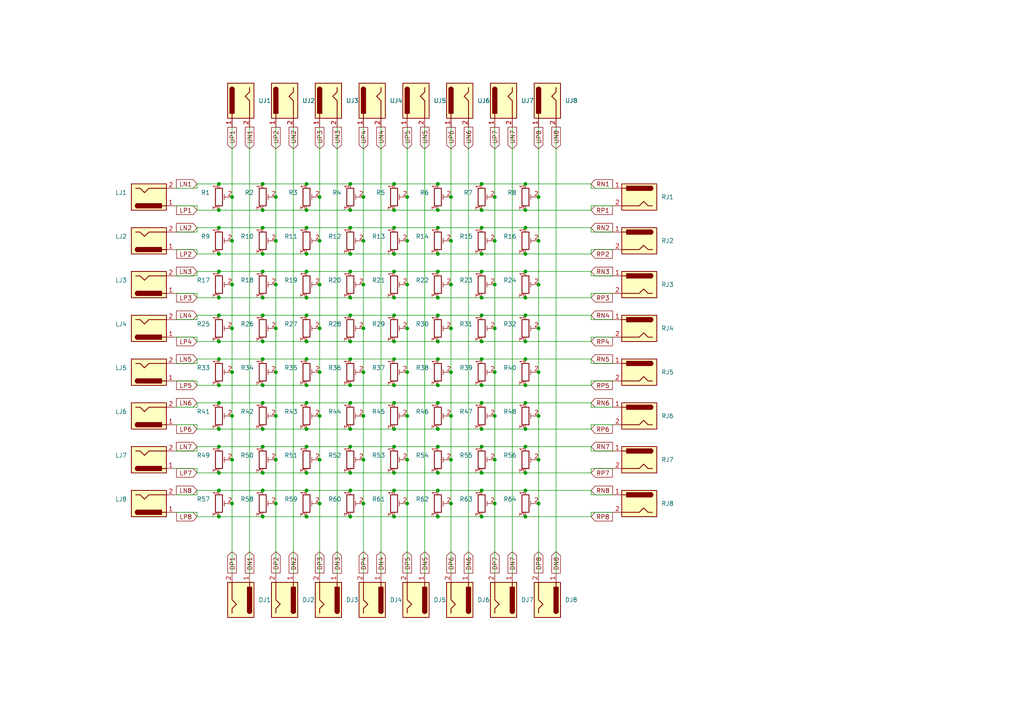
<source format=kicad_sch>
(kicad_sch (version 20211123) (generator eeschema)
  (paper "A4")
  (junction (at 127 86.36))
  (junction (at 105.41 69.85))
  (junction (at 76.2 149.86))
  (junction (at 67.31 57.15))
  (junction (at 139.7 86.36))
  (junction (at 152.4 149.86))
  (junction (at 143.51 146.05))
  (junction (at 152.4 73.66))
  (junction (at 101.6 91.44))
  (junction (at 101.6 78.74))
  (junction (at 76.2 78.74))
  (junction (at 101.6 66.04))
  (junction (at 127 66.04))
  (junction (at 114.3 91.44))
  (junction (at 63.5 124.46))
  (junction (at 139.7 78.74))
  (junction (at 130.81 69.85))
  (junction (at 127 60.96))
  (junction (at 80.01 120.65))
  (junction (at 101.6 124.46))
  (junction (at 139.7 91.44))
  (junction (at 127 142.24))
  (junction (at 114.3 137.16))
  (junction (at 143.51 107.95))
  (junction (at 63.5 86.36))
  (junction (at 114.3 116.84))
  (junction (at 105.41 120.65))
  (junction (at 88.9 111.76))
  (junction (at 88.9 116.84))
  (junction (at 127 149.86))
  (junction (at 63.5 66.04))
  (junction (at 88.9 104.14))
  (junction (at 92.71 82.55))
  (junction (at 127 91.44))
  (junction (at 139.7 116.84))
  (junction (at 156.21 82.55))
  (junction (at 80.01 107.95))
  (junction (at 92.71 133.35))
  (junction (at 101.6 99.06))
  (junction (at 127 78.74))
  (junction (at 101.6 137.16))
  (junction (at 127 111.76))
  (junction (at 130.81 107.95))
  (junction (at 92.71 146.05))
  (junction (at 118.11 82.55))
  (junction (at 127 124.46))
  (junction (at 101.6 86.36))
  (junction (at 143.51 82.55))
  (junction (at 67.31 82.55))
  (junction (at 76.2 53.34))
  (junction (at 67.31 95.25))
  (junction (at 118.11 69.85))
  (junction (at 76.2 129.54))
  (junction (at 88.9 129.54))
  (junction (at 114.3 104.14))
  (junction (at 130.81 120.65))
  (junction (at 152.4 53.34))
  (junction (at 67.31 120.65))
  (junction (at 114.3 60.96))
  (junction (at 63.5 73.66))
  (junction (at 105.41 57.15))
  (junction (at 139.7 53.34))
  (junction (at 92.71 57.15))
  (junction (at 67.31 146.05))
  (junction (at 152.4 129.54))
  (junction (at 63.5 116.84))
  (junction (at 152.4 111.76))
  (junction (at 130.81 146.05))
  (junction (at 101.6 53.34))
  (junction (at 118.11 133.35))
  (junction (at 130.81 57.15))
  (junction (at 88.9 73.66))
  (junction (at 63.5 104.14))
  (junction (at 139.7 149.86))
  (junction (at 88.9 78.74))
  (junction (at 63.5 78.74))
  (junction (at 101.6 116.84))
  (junction (at 76.2 124.46))
  (junction (at 127 73.66))
  (junction (at 127 129.54))
  (junction (at 139.7 104.14))
  (junction (at 88.9 86.36))
  (junction (at 114.3 149.86))
  (junction (at 114.3 111.76))
  (junction (at 76.2 142.24))
  (junction (at 88.9 60.96))
  (junction (at 139.7 66.04))
  (junction (at 80.01 69.85))
  (junction (at 80.01 57.15))
  (junction (at 92.71 107.95))
  (junction (at 152.4 116.84))
  (junction (at 130.81 82.55))
  (junction (at 63.5 137.16))
  (junction (at 88.9 66.04))
  (junction (at 156.21 107.95))
  (junction (at 76.2 86.36))
  (junction (at 114.3 73.66))
  (junction (at 152.4 124.46))
  (junction (at 156.21 69.85))
  (junction (at 63.5 129.54))
  (junction (at 105.41 82.55))
  (junction (at 114.3 86.36))
  (junction (at 105.41 146.05))
  (junction (at 88.9 99.06))
  (junction (at 127 116.84))
  (junction (at 88.9 91.44))
  (junction (at 80.01 146.05))
  (junction (at 118.11 120.65))
  (junction (at 139.7 111.76))
  (junction (at 139.7 129.54))
  (junction (at 101.6 129.54))
  (junction (at 118.11 146.05))
  (junction (at 63.5 53.34))
  (junction (at 156.21 146.05))
  (junction (at 92.71 120.65))
  (junction (at 63.5 111.76))
  (junction (at 67.31 133.35))
  (junction (at 152.4 78.74))
  (junction (at 156.21 133.35))
  (junction (at 152.4 99.06))
  (junction (at 139.7 137.16))
  (junction (at 88.9 142.24))
  (junction (at 143.51 133.35))
  (junction (at 143.51 57.15))
  (junction (at 80.01 95.25))
  (junction (at 118.11 95.25))
  (junction (at 67.31 107.95))
  (junction (at 76.2 91.44))
  (junction (at 152.4 60.96))
  (junction (at 143.51 120.65))
  (junction (at 139.7 73.66))
  (junction (at 101.6 142.24))
  (junction (at 88.9 137.16))
  (junction (at 127 53.34))
  (junction (at 114.3 129.54))
  (junction (at 127 99.06))
  (junction (at 76.2 60.96))
  (junction (at 101.6 60.96))
  (junction (at 156.21 95.25))
  (junction (at 101.6 104.14))
  (junction (at 105.41 95.25))
  (junction (at 114.3 124.46))
  (junction (at 114.3 66.04))
  (junction (at 80.01 133.35))
  (junction (at 105.41 133.35))
  (junction (at 88.9 124.46))
  (junction (at 143.51 69.85))
  (junction (at 63.5 99.06))
  (junction (at 152.4 142.24))
  (junction (at 92.71 69.85))
  (junction (at 139.7 124.46))
  (junction (at 101.6 111.76))
  (junction (at 114.3 78.74))
  (junction (at 118.11 107.95))
  (junction (at 139.7 60.96))
  (junction (at 127 137.16))
  (junction (at 63.5 149.86))
  (junction (at 67.31 69.85))
  (junction (at 127 104.14))
  (junction (at 63.5 91.44))
  (junction (at 76.2 104.14))
  (junction (at 139.7 142.24))
  (junction (at 152.4 66.04))
  (junction (at 114.3 99.06))
  (junction (at 105.41 107.95))
  (junction (at 63.5 60.96))
  (junction (at 76.2 137.16))
  (junction (at 152.4 137.16))
  (junction (at 76.2 111.76))
  (junction (at 101.6 73.66))
  (junction (at 152.4 104.14))
  (junction (at 92.71 95.25))
  (junction (at 152.4 91.44))
  (junction (at 101.6 149.86))
  (junction (at 118.11 57.15))
  (junction (at 88.9 149.86))
  (junction (at 130.81 95.25))
  (junction (at 88.9 53.34))
  (junction (at 156.21 120.65))
  (junction (at 156.21 57.15))
  (junction (at 143.51 95.25))
  (junction (at 130.81 133.35))
  (junction (at 152.4 86.36))
  (junction (at 76.2 66.04))
  (junction (at 63.5 142.24))
  (junction (at 114.3 142.24))
  (junction (at 114.3 53.34))
  (junction (at 139.7 99.06))
  (junction (at 76.2 73.66))
  (junction (at 76.2 116.84))
  (junction (at 76.2 99.06))
  (junction (at 80.01 82.55))
  (wire (pts (xy 127 73.66) (xy 139.7 73.66)))
  (wire (pts (xy 63.5 99.06) (xy 76.2 99.06)))
  (wire (pts (xy 101.6 91.44) (xy 114.3 91.44)))
  (wire (pts (xy 105.41 82.55) (xy 105.41 95.25)))
  (wire (pts (xy 57.15 123.19) (xy 57.15 124.46)))
  (wire (pts (xy 63.5 86.36) (xy 76.2 86.36)))
  (wire (pts (xy 152.4 104.14) (xy 171.45 104.14)))
  (wire (pts (xy 80.01 95.25) (xy 80.01 107.95)))
  (wire (pts (xy 152.4 53.34) (xy 171.45 53.34)))
  (wire (pts (xy 57.15 72.39) (xy 57.15 73.66)))
  (wire (pts (xy 88.9 78.74) (xy 101.6 78.74)))
  (wire (pts (xy 50.8 123.19) (xy 57.15 123.19)))
  (wire (pts (xy 139.7 129.54) (xy 152.4 129.54)))
  (wire (pts (xy 130.81 107.95) (xy 130.81 120.65)))
  (wire (pts (xy 143.51 146.05) (xy 143.51 166.37)))
  (wire (pts (xy 63.5 73.66) (xy 76.2 73.66)))
  (wire (pts (xy 171.45 72.39) (xy 171.45 73.66)))
  (wire (pts (xy 63.5 137.16) (xy 76.2 137.16)))
  (wire (pts (xy 114.3 149.86) (xy 127 149.86)))
  (wire (pts (xy 139.7 104.14) (xy 152.4 104.14)))
  (wire (pts (xy 92.71 69.85) (xy 92.71 82.55)))
  (wire (pts (xy 67.31 69.85) (xy 67.31 82.55)))
  (wire (pts (xy 105.41 107.95) (xy 105.41 120.65)))
  (wire (pts (xy 171.45 59.69) (xy 171.45 60.96)))
  (wire (pts (xy 130.81 69.85) (xy 130.81 82.55)))
  (wire (pts (xy 67.31 95.25) (xy 67.31 107.95)))
  (wire (pts (xy 127 111.76) (xy 139.7 111.76)))
  (wire (pts (xy 50.8 97.79) (xy 57.15 97.79)))
  (wire (pts (xy 57.15 80.01) (xy 57.15 78.74)))
  (wire (pts (xy 139.7 86.36) (xy 152.4 86.36)))
  (wire (pts (xy 114.3 91.44) (xy 127 91.44)))
  (wire (pts (xy 101.6 142.24) (xy 114.3 142.24)))
  (wire (pts (xy 88.9 104.14) (xy 101.6 104.14)))
  (wire (pts (xy 171.45 130.81) (xy 171.45 129.54)))
  (wire (pts (xy 80.01 57.15) (xy 80.01 69.85)))
  (wire (pts (xy 114.3 60.96) (xy 127 60.96)))
  (wire (pts (xy 76.2 129.54) (xy 88.9 129.54)))
  (wire (pts (xy 92.71 107.95) (xy 92.71 120.65)))
  (wire (pts (xy 105.41 36.83) (xy 105.41 57.15)))
  (wire (pts (xy 57.15 91.44) (xy 63.5 91.44)))
  (wire (pts (xy 92.71 133.35) (xy 92.71 146.05)))
  (wire (pts (xy 152.4 149.86) (xy 171.45 149.86)))
  (wire (pts (xy 67.31 57.15) (xy 67.31 69.85)))
  (wire (pts (xy 123.19 36.83) (xy 123.19 166.37)))
  (wire (pts (xy 171.45 105.41) (xy 171.45 104.14)))
  (wire (pts (xy 171.45 54.61) (xy 171.45 53.34)))
  (wire (pts (xy 139.7 142.24) (xy 152.4 142.24)))
  (wire (pts (xy 80.01 146.05) (xy 80.01 166.37)))
  (wire (pts (xy 114.3 66.04) (xy 127 66.04)))
  (wire (pts (xy 57.15 105.41) (xy 57.15 104.14)))
  (wire (pts (xy 63.5 60.96) (xy 76.2 60.96)))
  (wire (pts (xy 139.7 73.66) (xy 152.4 73.66)))
  (wire (pts (xy 101.6 104.14) (xy 114.3 104.14)))
  (wire (pts (xy 57.15 54.61) (xy 57.15 53.34)))
  (wire (pts (xy 152.4 91.44) (xy 171.45 91.44)))
  (wire (pts (xy 50.8 143.51) (xy 57.15 143.51)))
  (wire (pts (xy 130.81 95.25) (xy 130.81 107.95)))
  (wire (pts (xy 148.59 36.83) (xy 148.59 166.37)))
  (wire (pts (xy 177.8 72.39) (xy 171.45 72.39)))
  (wire (pts (xy 76.2 137.16) (xy 88.9 137.16)))
  (wire (pts (xy 152.4 116.84) (xy 171.45 116.84)))
  (wire (pts (xy 156.21 133.35) (xy 156.21 146.05)))
  (wire (pts (xy 101.6 60.96) (xy 114.3 60.96)))
  (wire (pts (xy 161.29 36.83) (xy 161.29 166.37)))
  (wire (pts (xy 101.6 86.36) (xy 114.3 86.36)))
  (wire (pts (xy 152.4 66.04) (xy 171.45 66.04)))
  (wire (pts (xy 85.09 36.83) (xy 85.09 166.37)))
  (wire (pts (xy 88.9 91.44) (xy 101.6 91.44)))
  (wire (pts (xy 177.8 59.69) (xy 171.45 59.69)))
  (wire (pts (xy 152.4 129.54) (xy 171.45 129.54)))
  (wire (pts (xy 177.8 135.89) (xy 171.45 135.89)))
  (wire (pts (xy 118.11 57.15) (xy 118.11 69.85)))
  (wire (pts (xy 105.41 146.05) (xy 105.41 166.37)))
  (wire (pts (xy 76.2 73.66) (xy 88.9 73.66)))
  (wire (pts (xy 63.5 129.54) (xy 76.2 129.54)))
  (wire (pts (xy 57.15 73.66) (xy 63.5 73.66)))
  (wire (pts (xy 57.15 99.06) (xy 63.5 99.06)))
  (wire (pts (xy 101.6 66.04) (xy 114.3 66.04)))
  (wire (pts (xy 72.39 36.83) (xy 72.39 166.37)))
  (wire (pts (xy 63.5 111.76) (xy 76.2 111.76)))
  (wire (pts (xy 118.11 36.83) (xy 118.11 57.15)))
  (wire (pts (xy 171.45 97.79) (xy 171.45 99.06)))
  (wire (pts (xy 63.5 116.84) (xy 76.2 116.84)))
  (wire (pts (xy 57.15 60.96) (xy 63.5 60.96)))
  (wire (pts (xy 80.01 107.95) (xy 80.01 120.65)))
  (wire (pts (xy 118.11 146.05) (xy 118.11 166.37)))
  (wire (pts (xy 143.51 120.65) (xy 143.51 133.35)))
  (wire (pts (xy 57.15 137.16) (xy 63.5 137.16)))
  (wire (pts (xy 57.15 53.34) (xy 63.5 53.34)))
  (wire (pts (xy 88.9 142.24) (xy 101.6 142.24)))
  (wire (pts (xy 139.7 124.46) (xy 152.4 124.46)))
  (wire (pts (xy 127 91.44) (xy 139.7 91.44)))
  (wire (pts (xy 152.4 78.74) (xy 171.45 78.74)))
  (wire (pts (xy 143.51 82.55) (xy 143.51 95.25)))
  (wire (pts (xy 63.5 104.14) (xy 76.2 104.14)))
  (wire (pts (xy 130.81 146.05) (xy 130.81 166.37)))
  (wire (pts (xy 88.9 111.76) (xy 101.6 111.76)))
  (wire (pts (xy 92.71 146.05) (xy 92.71 166.37)))
  (wire (pts (xy 101.6 137.16) (xy 114.3 137.16)))
  (wire (pts (xy 139.7 78.74) (xy 152.4 78.74)))
  (wire (pts (xy 105.41 133.35) (xy 105.41 146.05)))
  (wire (pts (xy 177.8 97.79) (xy 171.45 97.79)))
  (wire (pts (xy 76.2 111.76) (xy 88.9 111.76)))
  (wire (pts (xy 152.4 111.76) (xy 171.45 111.76)))
  (wire (pts (xy 114.3 116.84) (xy 127 116.84)))
  (wire (pts (xy 114.3 86.36) (xy 127 86.36)))
  (wire (pts (xy 67.31 36.83) (xy 67.31 57.15)))
  (wire (pts (xy 177.8 110.49) (xy 171.45 110.49)))
  (wire (pts (xy 88.9 137.16) (xy 101.6 137.16)))
  (wire (pts (xy 114.3 73.66) (xy 127 73.66)))
  (wire (pts (xy 127 104.14) (xy 139.7 104.14)))
  (wire (pts (xy 114.3 111.76) (xy 127 111.76)))
  (wire (pts (xy 63.5 91.44) (xy 76.2 91.44)))
  (wire (pts (xy 171.45 143.51) (xy 171.45 142.24)))
  (wire (pts (xy 177.8 85.09) (xy 171.45 85.09)))
  (wire (pts (xy 50.8 130.81) (xy 57.15 130.81)))
  (wire (pts (xy 63.5 53.34) (xy 76.2 53.34)))
  (wire (pts (xy 152.4 137.16) (xy 171.45 137.16)))
  (wire (pts (xy 50.8 80.01) (xy 57.15 80.01)))
  (wire (pts (xy 127 129.54) (xy 139.7 129.54)))
  (wire (pts (xy 139.7 66.04) (xy 152.4 66.04)))
  (wire (pts (xy 118.11 95.25) (xy 118.11 107.95)))
  (wire (pts (xy 92.71 95.25) (xy 92.71 107.95)))
  (wire (pts (xy 127 78.74) (xy 139.7 78.74)))
  (wire (pts (xy 50.8 105.41) (xy 57.15 105.41)))
  (wire (pts (xy 80.01 36.83) (xy 80.01 57.15)))
  (wire (pts (xy 105.41 69.85) (xy 105.41 82.55)))
  (wire (pts (xy 101.6 149.86) (xy 114.3 149.86)))
  (wire (pts (xy 63.5 78.74) (xy 76.2 78.74)))
  (wire (pts (xy 171.45 118.11) (xy 171.45 116.84)))
  (wire (pts (xy 57.15 118.11) (xy 57.15 116.84)))
  (wire (pts (xy 50.8 54.61) (xy 57.15 54.61)))
  (wire (pts (xy 76.2 104.14) (xy 88.9 104.14)))
  (wire (pts (xy 101.6 111.76) (xy 114.3 111.76)))
  (wire (pts (xy 92.71 82.55) (xy 92.71 95.25)))
  (wire (pts (xy 152.4 86.36) (xy 171.45 86.36)))
  (wire (pts (xy 127 124.46) (xy 139.7 124.46)))
  (wire (pts (xy 171.45 92.71) (xy 171.45 91.44)))
  (wire (pts (xy 57.15 86.36) (xy 63.5 86.36)))
  (wire (pts (xy 105.41 57.15) (xy 105.41 69.85)))
  (wire (pts (xy 88.9 99.06) (xy 101.6 99.06)))
  (wire (pts (xy 50.8 72.39) (xy 57.15 72.39)))
  (wire (pts (xy 127 99.06) (xy 139.7 99.06)))
  (wire (pts (xy 76.2 86.36) (xy 88.9 86.36)))
  (wire (pts (xy 139.7 91.44) (xy 152.4 91.44)))
  (wire (pts (xy 57.15 92.71) (xy 57.15 91.44)))
  (wire (pts (xy 63.5 142.24) (xy 76.2 142.24)))
  (wire (pts (xy 177.8 143.51) (xy 171.45 143.51)))
  (wire (pts (xy 114.3 129.54) (xy 127 129.54)))
  (wire (pts (xy 101.6 78.74) (xy 114.3 78.74)))
  (wire (pts (xy 177.8 80.01) (xy 171.45 80.01)))
  (wire (pts (xy 127 86.36) (xy 139.7 86.36)))
  (wire (pts (xy 177.8 105.41) (xy 171.45 105.41)))
  (wire (pts (xy 50.8 135.89) (xy 57.15 135.89)))
  (wire (pts (xy 118.11 82.55) (xy 118.11 95.25)))
  (wire (pts (xy 57.15 78.74) (xy 63.5 78.74)))
  (wire (pts (xy 57.15 148.59) (xy 57.15 149.86)))
  (wire (pts (xy 143.51 36.83) (xy 143.51 57.15)))
  (wire (pts (xy 118.11 107.95) (xy 118.11 120.65)))
  (wire (pts (xy 139.7 137.16) (xy 152.4 137.16)))
  (wire (pts (xy 57.15 97.79) (xy 57.15 99.06)))
  (wire (pts (xy 50.8 148.59) (xy 57.15 148.59)))
  (wire (pts (xy 76.2 53.34) (xy 88.9 53.34)))
  (wire (pts (xy 63.5 149.86) (xy 76.2 149.86)))
  (wire (pts (xy 143.51 95.25) (xy 143.51 107.95)))
  (wire (pts (xy 67.31 107.95) (xy 67.31 120.65)))
  (wire (pts (xy 80.01 133.35) (xy 80.01 146.05)))
  (wire (pts (xy 50.8 85.09) (xy 57.15 85.09)))
  (wire (pts (xy 57.15 59.69) (xy 57.15 60.96)))
  (wire (pts (xy 88.9 86.36) (xy 101.6 86.36)))
  (wire (pts (xy 139.7 111.76) (xy 152.4 111.76)))
  (wire (pts (xy 114.3 142.24) (xy 127 142.24)))
  (wire (pts (xy 88.9 53.34) (xy 101.6 53.34)))
  (wire (pts (xy 50.8 110.49) (xy 57.15 110.49)))
  (wire (pts (xy 88.9 124.46) (xy 101.6 124.46)))
  (wire (pts (xy 127 149.86) (xy 139.7 149.86)))
  (wire (pts (xy 130.81 82.55) (xy 130.81 95.25)))
  (wire (pts (xy 57.15 143.51) (xy 57.15 142.24)))
  (wire (pts (xy 114.3 137.16) (xy 127 137.16)))
  (wire (pts (xy 101.6 124.46) (xy 114.3 124.46)))
  (wire (pts (xy 177.8 92.71) (xy 171.45 92.71)))
  (wire (pts (xy 143.51 69.85) (xy 143.51 82.55)))
  (wire (pts (xy 110.49 36.83) (xy 110.49 166.37)))
  (wire (pts (xy 76.2 91.44) (xy 88.9 91.44)))
  (wire (pts (xy 152.4 73.66) (xy 171.45 73.66)))
  (wire (pts (xy 76.2 78.74) (xy 88.9 78.74)))
  (wire (pts (xy 156.21 107.95) (xy 156.21 120.65)))
  (wire (pts (xy 92.71 57.15) (xy 92.71 69.85)))
  (wire (pts (xy 67.31 133.35) (xy 67.31 146.05)))
  (wire (pts (xy 152.4 142.24) (xy 171.45 142.24)))
  (wire (pts (xy 57.15 66.04) (xy 63.5 66.04)))
  (wire (pts (xy 50.8 67.31) (xy 57.15 67.31)))
  (wire (pts (xy 50.8 59.69) (xy 57.15 59.69)))
  (wire (pts (xy 171.45 148.59) (xy 171.45 149.86)))
  (wire (pts (xy 177.8 123.19) (xy 171.45 123.19)))
  (wire (pts (xy 171.45 135.89) (xy 171.45 137.16)))
  (wire (pts (xy 127 60.96) (xy 139.7 60.96)))
  (wire (pts (xy 57.15 142.24) (xy 63.5 142.24)))
  (wire (pts (xy 171.45 67.31) (xy 171.45 66.04)))
  (wire (pts (xy 171.45 80.01) (xy 171.45 78.74)))
  (wire (pts (xy 156.21 95.25) (xy 156.21 107.95)))
  (wire (pts (xy 88.9 129.54) (xy 101.6 129.54)))
  (wire (pts (xy 177.8 67.31) (xy 171.45 67.31)))
  (wire (pts (xy 76.2 60.96) (xy 88.9 60.96)))
  (wire (pts (xy 139.7 53.34) (xy 152.4 53.34)))
  (wire (pts (xy 105.41 95.25) (xy 105.41 107.95)))
  (wire (pts (xy 57.15 130.81) (xy 57.15 129.54)))
  (wire (pts (xy 57.15 124.46) (xy 63.5 124.46)))
  (wire (pts (xy 80.01 82.55) (xy 80.01 95.25)))
  (wire (pts (xy 114.3 53.34) (xy 127 53.34)))
  (wire (pts (xy 57.15 135.89) (xy 57.15 137.16)))
  (wire (pts (xy 127 53.34) (xy 139.7 53.34)))
  (wire (pts (xy 114.3 78.74) (xy 127 78.74)))
  (wire (pts (xy 177.8 148.59) (xy 171.45 148.59)))
  (wire (pts (xy 101.6 116.84) (xy 114.3 116.84)))
  (wire (pts (xy 63.5 124.46) (xy 76.2 124.46)))
  (wire (pts (xy 50.8 92.71) (xy 57.15 92.71)))
  (wire (pts (xy 57.15 116.84) (xy 63.5 116.84)))
  (wire (pts (xy 143.51 133.35) (xy 143.51 146.05)))
  (wire (pts (xy 156.21 82.55) (xy 156.21 95.25)))
  (wire (pts (xy 101.6 129.54) (xy 114.3 129.54)))
  (wire (pts (xy 101.6 73.66) (xy 114.3 73.66)))
  (wire (pts (xy 114.3 104.14) (xy 127 104.14)))
  (wire (pts (xy 63.5 66.04) (xy 76.2 66.04)))
  (wire (pts (xy 57.15 85.09) (xy 57.15 86.36)))
  (wire (pts (xy 127 142.24) (xy 139.7 142.24)))
  (wire (pts (xy 177.8 118.11) (xy 171.45 118.11)))
  (wire (pts (xy 88.9 66.04) (xy 101.6 66.04)))
  (wire (pts (xy 76.2 66.04) (xy 88.9 66.04)))
  (wire (pts (xy 57.15 67.31) (xy 57.15 66.04)))
  (wire (pts (xy 156.21 69.85) (xy 156.21 82.55)))
  (wire (pts (xy 118.11 120.65) (xy 118.11 133.35)))
  (wire (pts (xy 67.31 82.55) (xy 67.31 95.25)))
  (wire (pts (xy 152.4 124.46) (xy 171.45 124.46)))
  (wire (pts (xy 130.81 36.83) (xy 130.81 57.15)))
  (wire (pts (xy 118.11 133.35) (xy 118.11 146.05)))
  (wire (pts (xy 139.7 149.86) (xy 152.4 149.86)))
  (wire (pts (xy 57.15 129.54) (xy 63.5 129.54)))
  (wire (pts (xy 101.6 99.06) (xy 114.3 99.06)))
  (wire (pts (xy 105.41 120.65) (xy 105.41 133.35)))
  (wire (pts (xy 80.01 120.65) (xy 80.01 133.35)))
  (wire (pts (xy 114.3 99.06) (xy 127 99.06)))
  (wire (pts (xy 143.51 57.15) (xy 143.51 69.85)))
  (wire (pts (xy 57.15 149.86) (xy 63.5 149.86)))
  (wire (pts (xy 88.9 60.96) (xy 101.6 60.96)))
  (wire (pts (xy 88.9 149.86) (xy 101.6 149.86)))
  (wire (pts (xy 130.81 133.35) (xy 130.81 146.05)))
  (wire (pts (xy 118.11 69.85) (xy 118.11 82.55)))
  (wire (pts (xy 88.9 116.84) (xy 101.6 116.84)))
  (wire (pts (xy 156.21 146.05) (xy 156.21 166.37)))
  (wire (pts (xy 152.4 99.06) (xy 171.45 99.06)))
  (wire (pts (xy 92.71 120.65) (xy 92.71 133.35)))
  (wire (pts (xy 135.89 36.83) (xy 135.89 166.37)))
  (wire (pts (xy 156.21 36.83) (xy 156.21 57.15)))
  (wire (pts (xy 80.01 69.85) (xy 80.01 82.55)))
  (wire (pts (xy 76.2 142.24) (xy 88.9 142.24)))
  (wire (pts (xy 127 66.04) (xy 139.7 66.04)))
  (wire (pts (xy 177.8 130.81) (xy 171.45 130.81)))
  (wire (pts (xy 127 116.84) (xy 139.7 116.84)))
  (wire (pts (xy 76.2 99.06) (xy 88.9 99.06)))
  (wire (pts (xy 139.7 116.84) (xy 152.4 116.84)))
  (wire (pts (xy 171.45 123.19) (xy 171.45 124.46)))
  (wire (pts (xy 50.8 118.11) (xy 57.15 118.11)))
  (wire (pts (xy 139.7 60.96) (xy 152.4 60.96)))
  (wire (pts (xy 143.51 107.95) (xy 143.51 120.65)))
  (wire (pts (xy 76.2 149.86) (xy 88.9 149.86)))
  (wire (pts (xy 101.6 53.34) (xy 114.3 53.34)))
  (wire (pts (xy 139.7 99.06) (xy 152.4 99.06)))
  (wire (pts (xy 92.71 36.83) (xy 92.71 57.15)))
  (wire (pts (xy 88.9 73.66) (xy 101.6 73.66)))
  (wire (pts (xy 130.81 57.15) (xy 130.81 69.85)))
  (wire (pts (xy 114.3 124.46) (xy 127 124.46)))
  (wire (pts (xy 152.4 60.96) (xy 171.45 60.96)))
  (wire (pts (xy 57.15 111.76) (xy 63.5 111.76)))
  (wire (pts (xy 57.15 110.49) (xy 57.15 111.76)))
  (wire (pts (xy 97.79 36.83) (xy 97.79 166.37)))
  (wire (pts (xy 130.81 120.65) (xy 130.81 133.35)))
  (wire (pts (xy 76.2 116.84) (xy 88.9 116.84)))
  (wire (pts (xy 57.15 104.14) (xy 63.5 104.14)))
  (wire (pts (xy 156.21 120.65) (xy 156.21 133.35)))
  (wire (pts (xy 156.21 57.15) (xy 156.21 69.85)))
  (wire (pts (xy 177.8 54.61) (xy 171.45 54.61)))
  (wire (pts (xy 67.31 120.65) (xy 67.31 133.35)))
  (wire (pts (xy 171.45 110.49) (xy 171.45 111.76)))
  (wire (pts (xy 67.31 146.05) (xy 67.31 166.37)))
  (wire (pts (xy 171.45 85.09) (xy 171.45 86.36)))
  (wire (pts (xy 127 137.16) (xy 139.7 137.16)))
  (wire (pts (xy 76.2 124.46) (xy 88.9 124.46)))
  (global_label "RN2" (shape input) (at 171.45 66.04 0) (property "Intersheet References" "${INTERSHEET_REFS}" (effects hide)))
  (global_label "RP3" (shape input) (at 171.45 86.36 0) (property "Intersheet References" "${INTERSHEET_REFS}" (effects hide)))
  (global_label "RN6" (shape input) (at 171.45 116.84 0) (property "Intersheet References" "${INTERSHEET_REFS}" (effects hide)))
  (global_label "RP7" (shape input) (at 171.45 137.16 0) (property "Intersheet References" "${INTERSHEET_REFS}" (effects hide)))
  (global_label "LN2" (shape input) (at 57.15 66.04 180) (property "Intersheet References" "${INTERSHEET_REFS}" (effects hide)))
  (global_label "UN2" (shape input) (at 85.09 43.18 90) (property "Intersheet References" "${INTERSHEET_REFS}" (effects hide)))
  (global_label "RN4" (shape input) (at 171.45 91.44 0) (property "Intersheet References" "${INTERSHEET_REFS}" (effects hide)))
  (global_label "LP3" (shape input) (at 57.15 86.36 180) (property "Intersheet References" "${INTERSHEET_REFS}" (effects hide)))
  (global_label "UP7" (shape input) (at 143.51 43.18 90) (property "Intersheet References" "${INTERSHEET_REFS}" (effects hide)))
  (global_label "UP4" (shape input) (at 105.41 43.18 90) (property "Intersheet References" "${INTERSHEET_REFS}" (effects hide)))
  (global_label "DP6" (shape input) (at 130.81 160.02 270) (property "Intersheet References" "${INTERSHEET_REFS}" (effects hide)))
  (global_label "DP5" (shape input) (at 118.11 160.02 270) (property "Intersheet References" "${INTERSHEET_REFS}" (effects hide)))
  (global_label "RP4" (shape input) (at 171.45 99.06 0) (property "Intersheet References" "${INTERSHEET_REFS}" (effects hide)))
  (global_label "DN4" (shape input) (at 110.49 160.02 270) (property "Intersheet References" "${INTERSHEET_REFS}" (effects hide)))
  (global_label "RN7" (shape input) (at 171.45 129.54 0) (property "Intersheet References" "${INTERSHEET_REFS}" (effects hide)))
  (global_label "UN5" (shape input) (at 123.19 43.18 90) (property "Intersheet References" "${INTERSHEET_REFS}" (effects hide)))
  (global_label "UP1" (shape input) (at 67.31 43.18 90) (property "Intersheet References" "${INTERSHEET_REFS}" (effects hide)))
  (global_label "LP2" (shape input) (at 57.15 73.66 180) (property "Intersheet References" "${INTERSHEET_REFS}" (effects hide)))
  (global_label "LP7" (shape input) (at 57.15 137.16 180) (property "Intersheet References" "${INTERSHEET_REFS}" (effects hide)))
  (global_label "RP5" (shape input) (at 171.45 111.76 0) (property "Intersheet References" "${INTERSHEET_REFS}" (effects hide)))
  (global_label "UN4" (shape input) (at 110.49 43.18 90) (property "Intersheet References" "${INTERSHEET_REFS}" (effects hide)))
  (global_label "LP1" (shape input) (at 57.15 60.96 180) (property "Intersheet References" "${INTERSHEET_REFS}" (effects hide)))
  (global_label "RP6" (shape input) (at 171.45 124.46 0) (property "Intersheet References" "${INTERSHEET_REFS}" (effects hide)))
  (global_label "DN5" (shape input) (at 123.19 160.02 270) (property "Intersheet References" "${INTERSHEET_REFS}" (effects hide)))
  (global_label "RN1" (shape input) (at 171.45 53.34 0) (property "Intersheet References" "${INTERSHEET_REFS}" (effects hide)))
  (global_label "DN1" (shape input) (at 72.39 160.02 270) (property "Intersheet References" "${INTERSHEET_REFS}" (effects hide)))
  (global_label "DP4" (shape input) (at 105.41 160.02 270) (property "Intersheet References" "${INTERSHEET_REFS}" (effects hide)))
  (global_label "DN6" (shape input) (at 135.89 160.02 270) (property "Intersheet References" "${INTERSHEET_REFS}" (effects hide)))
  (global_label "DP2" (shape input) (at 80.01 160.02 270) (property "Intersheet References" "${INTERSHEET_REFS}" (effects hide)))
  (global_label "RN8" (shape input) (at 171.45 142.24 0) (property "Intersheet References" "${INTERSHEET_REFS}" (effects hide)))
  (global_label "UN3" (shape input) (at 97.79 43.18 90) (property "Intersheet References" "${INTERSHEET_REFS}" (effects hide)))
  (global_label "DP3" (shape input) (at 92.71 160.02 270) (property "Intersheet References" "${INTERSHEET_REFS}" (effects hide)))
  (global_label "LP5" (shape input) (at 57.15 111.76 180) (property "Intersheet References" "${INTERSHEET_REFS}" (effects hide)))
  (global_label "RP8" (shape input) (at 171.45 149.86 0) (property "Intersheet References" "${INTERSHEET_REFS}" (effects hide)))
  (global_label "LP4" (shape input) (at 57.15 99.06 180) (property "Intersheet References" "${INTERSHEET_REFS}" (effects hide)))
  (global_label "LN5" (shape input) (at 57.15 104.14 180) (property "Intersheet References" "${INTERSHEET_REFS}" (effects hide)))
  (global_label "LN1" (shape input) (at 57.15 53.34 180) (property "Intersheet References" "${INTERSHEET_REFS}" (effects hide)))
  (global_label "UN7" (shape input) (at 148.59 43.18 90) (property "Intersheet References" "${INTERSHEET_REFS}" (effects hide)))
  (global_label "RP1" (shape input) (at 171.45 60.96 0) (property "Intersheet References" "${INTERSHEET_REFS}" (effects hide)))
  (global_label "LN3" (shape input) (at 57.15 78.74 180) (property "Intersheet References" "${INTERSHEET_REFS}" (effects hide)))
  (global_label "UP8" (shape input) (at 156.21 43.18 90) (property "Intersheet References" "${INTERSHEET_REFS}" (effects hide)))
  (global_label "UN6" (shape input) (at 135.89 43.18 90) (property "Intersheet References" "${INTERSHEET_REFS}" (effects hide)))
  (global_label "DN7" (shape input) (at 148.59 160.02 270) (property "Intersheet References" "${INTERSHEET_REFS}" (effects hide)))
  (global_label "DN8" (shape input) (at 161.29 160.02 270) (property "Intersheet References" "${INTERSHEET_REFS}" (effects hide)))
  (global_label "UP6" (shape input) (at 130.81 43.18 90) (property "Intersheet References" "${INTERSHEET_REFS}" (effects hide)))
  (global_label "DN3" (shape input) (at 97.79 160.02 270) (property "Intersheet References" "${INTERSHEET_REFS}" (effects hide)))
  (global_label "LN6" (shape input) (at 57.15 116.84 180) (property "Intersheet References" "${INTERSHEET_REFS}" (effects hide)))
  (global_label "UP5" (shape input) (at 118.11 43.18 90) (property "Intersheet References" "${INTERSHEET_REFS}" (effects hide)))
  (global_label "RN5" (shape input) (at 171.45 104.14 0) (property "Intersheet References" "${INTERSHEET_REFS}" (effects hide)))
  (global_label "LN7" (shape input) (at 57.15 129.54 180) (property "Intersheet References" "${INTERSHEET_REFS}" (effects hide)))
  (global_label "DP1" (shape input) (at 67.31 160.02 270) (property "Intersheet References" "${INTERSHEET_REFS}" (effects hide)))
  (global_label "UP2" (shape input) (at 80.01 43.18 90) (property "Intersheet References" "${INTERSHEET_REFS}" (effects hide)))
  (global_label "RN3" (shape input) (at 171.45 78.74 0) (property "Intersheet References" "${INTERSHEET_REFS}" (effects hide)))
  (global_label "UP3" (shape input) (at 92.71 43.18 90) (property "Intersheet References" "${INTERSHEET_REFS}" (effects hide)))
  (global_label "DN2" (shape input) (at 85.09 160.02 270) (property "Intersheet References" "${INTERSHEET_REFS}" (effects hide)))
  (global_label "UN1" (shape input) (at 72.39 43.18 90) (property "Intersheet References" "${INTERSHEET_REFS}" (effects hide)))
  (global_label "DP7" (shape input) (at 143.51 160.02 270) (property "Intersheet References" "${INTERSHEET_REFS}" (effects hide)))
  (global_label "LP6" (shape input) (at 57.15 124.46 180) (property "Intersheet References" "${INTERSHEET_REFS}" (effects hide)))
  (global_label "LN4" (shape input) (at 57.15 91.44 180) (property "Intersheet References" "${INTERSHEET_REFS}" (effects hide)))
  (global_label "LN8" (shape input) (at 57.15 142.24 180) (property "Intersheet References" "${INTERSHEET_REFS}" (effects hide)))
  (global_label "RP2" (shape input) (at 171.45 73.66 0) (property "Intersheet References" "${INTERSHEET_REFS}" (effects hide)))
  (global_label "DP8" (shape input) (at 156.21 160.02 270) (property "Intersheet References" "${INTERSHEET_REFS}" (effects hide)))
  (global_label "UN8" (shape input) (at 161.29 43.18 90) (property "Intersheet References" "${INTERSHEET_REFS}" (effects hide)))
  (global_label "LP8" (shape input) (at 57.15 149.86 180) (property "Intersheet References" "${INTERSHEET_REFS}" (effects hide)))
  (symbol (lib_id "Device:R_Potentiometer_Trim") (at 127 146.05 0) (unit 1)
    (property "Reference" "R62" (at 124.46 144.7799 0) (effects (justify right)))
    (property "Value" "R_Potentiometer_Trim" (effects hide))
    (property "Footprint" "Potentiometer_THT:Potentiometer_ACP_CA9-V10_Vertical_Hole" (effects hide))
  )
  (symbol (lib_id "Connector:Jack-DC") (at 69.85 173.99 270) (mirror x) (unit 1)
    (property "Reference" "DJ1" (at 74.93 173.9901 90) (effects (justify left)))
    (property "Value" "Jack-DC" (effects hide))
    (property "Footprint" "Connector_PinHeader_2.54mm:PinHeader_1x02_P2.54mm_Horizontal" (effects hide))
  )
  (symbol (lib_id "Device:R_Potentiometer_Trim") (at 152.4 82.55 0) (unit 1)
    (property "Reference" "R24" (at 149.86 81.2799 0) (effects (justify right)))
    (property "Value" "R_Potentiometer_Trim" (effects hide))
    (property "Footprint" "Potentiometer_THT:Potentiometer_ACP_CA9-V10_Vertical_Hole" (effects hide))
  )
  (symbol (lib_id "Device:R_Potentiometer_Trim") (at 76.2 82.55 0) (unit 1)
    (property "Reference" "R18" (at 73.66 81.2799 0) (effects (justify right)))
    (property "Value" "R_Potentiometer_Trim" (effects hide))
    (property "Footprint" "Potentiometer_THT:Potentiometer_ACP_CA9-V10_Vertical_Hole" (effects hide))
  )
  (symbol (lib_id "Device:R_Potentiometer_Trim") (at 139.7 107.95 0) (unit 1)
    (property "Reference" "R39" (at 137.16 106.6799 0) (effects (justify right)))
    (property "Value" "R_Potentiometer_Trim" (effects hide))
    (property "Footprint" "Potentiometer_THT:Potentiometer_ACP_CA9-V10_Vertical_Hole" (effects hide))
  )
  (symbol (lib_id "Connector:Jack-DC") (at 185.42 133.35 0) (mirror y) (unit 1)
    (property "Reference" "RJ7" (at 191.77 133.3499 0) (effects (justify right)))
    (property "Value" "Jack-DC" (effects hide))
    (property "Footprint" "Connector_PinHeader_2.54mm:PinHeader_1x02_P2.54mm_Horizontal" (effects hide))
  )
  (symbol (lib_id "Connector:Jack-DC") (at 43.18 120.65 0) (mirror x) (unit 1)
    (property "Reference" "LJ6" (at 36.83 119.3799 0) (effects (justify right)))
    (property "Value" "Jack-DC" (effects hide))
    (property "Footprint" "Connector_PinHeader_2.54mm:PinHeader_1x02_P2.54mm_Horizontal" (effects hide))
  )
  (symbol (lib_id "Connector:Jack-DC") (at 95.25 29.21 90) (mirror x) (unit 1)
    (property "Reference" "UJ3" (at 100.33 29.2099 90) (effects (justify right)))
    (property "Value" "Jack-DC" (effects hide))
    (property "Footprint" "Connector_PinHeader_2.54mm:PinHeader_1x02_P2.54mm_Horizontal" (effects hide))
  )
  (symbol (lib_id "Connector:Jack-DC") (at 120.65 173.99 270) (mirror x) (unit 1)
    (property "Reference" "DJ5" (at 125.73 173.9901 90) (effects (justify left)))
    (property "Value" "Jack-DC" (effects hide))
    (property "Footprint" "Connector_PinHeader_2.54mm:PinHeader_1x02_P2.54mm_Horizontal" (effects hide))
  )
  (symbol (lib_id "Device:R_Potentiometer_Trim") (at 76.2 133.35 0) (unit 1)
    (property "Reference" "R50" (at 73.66 132.0799 0) (effects (justify right)))
    (property "Value" "R_Potentiometer_Trim" (effects hide))
    (property "Footprint" "Potentiometer_THT:Potentiometer_ACP_CA9-V10_Vertical_Hole" (effects hide))
  )
  (symbol (lib_id "Device:R_Potentiometer_Trim") (at 63.5 82.55 0) (unit 1)
    (property "Reference" "R17" (at 60.96 81.2799 0) (effects (justify right)))
    (property "Value" "R_Potentiometer_Trim" (effects hide))
    (property "Footprint" "Potentiometer_THT:Potentiometer_ACP_CA9-V10_Vertical_Hole" (effects hide))
  )
  (symbol (lib_id "Device:R_Potentiometer_Trim") (at 139.7 82.55 0) (unit 1)
    (property "Reference" "R23" (at 137.16 81.2799 0) (effects (justify right)))
    (property "Value" "R_Potentiometer_Trim" (effects hide))
    (property "Footprint" "Potentiometer_THT:Potentiometer_ACP_CA9-V10_Vertical_Hole" (effects hide))
  )
  (symbol (lib_id "Connector:Jack-DC") (at 43.18 82.55 0) (mirror x) (unit 1)
    (property "Reference" "LJ3" (at 36.83 81.2799 0) (effects (justify right)))
    (property "Value" "Jack-DC" (effects hide))
    (property "Footprint" "Connector_PinHeader_2.54mm:PinHeader_1x02_P2.54mm_Horizontal" (effects hide))
  )
  (symbol (lib_id "Device:R_Potentiometer_Trim") (at 88.9 57.15 0) (unit 1)
    (property "Reference" "R3" (at 86.36 55.8799 0) (effects (justify right)))
    (property "Value" "R_Potentiometer_Trim" (effects hide))
    (property "Footprint" "Potentiometer_THT:Potentiometer_ACP_CA9-V10_Vertical_Hole" (effects hide))
  )
  (symbol (lib_id "Device:R_Potentiometer_Trim") (at 101.6 95.25 0) (unit 1)
    (property "Reference" "R28" (at 99.06 93.9799 0) (effects (justify right)))
    (property "Value" "R_Potentiometer_Trim" (effects hide))
    (property "Footprint" "Potentiometer_THT:Potentiometer_ACP_CA9-V10_Vertical_Hole" (effects hide))
  )
  (symbol (lib_id "Connector:Jack-DC") (at 133.35 173.99 270) (mirror x) (unit 1)
    (property "Reference" "DJ6" (at 138.43 173.9901 90) (effects (justify left)))
    (property "Value" "Jack-DC" (effects hide))
    (property "Footprint" "Connector_PinHeader_2.54mm:PinHeader_1x02_P2.54mm_Horizontal" (effects hide))
  )
  (symbol (lib_id "Device:R_Potentiometer_Trim") (at 152.4 107.95 0) (unit 1)
    (property "Reference" "R40" (at 149.86 106.6799 0) (effects (justify right)))
    (property "Value" "R_Potentiometer_Trim" (effects hide))
    (property "Footprint" "Potentiometer_THT:Potentiometer_ACP_CA9-V10_Vertical_Hole" (effects hide))
  )
  (symbol (lib_id "Device:R_Potentiometer_Trim") (at 114.3 95.25 0) (unit 1)
    (property "Reference" "R29" (at 111.76 93.9799 0) (effects (justify right)))
    (property "Value" "R_Potentiometer_Trim" (effects hide))
    (property "Footprint" "Potentiometer_THT:Potentiometer_ACP_CA9-V10_Vertical_Hole" (effects hide))
  )
  (symbol (lib_id "Device:R_Potentiometer_Trim") (at 114.3 133.35 0) (unit 1)
    (property "Reference" "R53" (at 111.76 132.0799 0) (effects (justify right)))
    (property "Value" "R_Potentiometer_Trim" (effects hide))
    (property "Footprint" "Potentiometer_THT:Potentiometer_ACP_CA9-V10_Vertical_Hole" (effects hide))
  )
  (symbol (lib_id "Device:R_Potentiometer_Trim") (at 76.2 146.05 0) (unit 1)
    (property "Reference" "R58" (at 73.66 144.7799 0) (effects (justify right)))
    (property "Value" "R_Potentiometer_Trim" (effects hide))
    (property "Footprint" "Potentiometer_THT:Potentiometer_ACP_CA9-V10_Vertical_Hole" (effects hide))
  )
  (symbol (lib_id "Connector:Jack-DC") (at 43.18 95.25 0) (mirror x) (unit 1)
    (property "Reference" "LJ4" (at 36.83 93.9799 0) (effects (justify right)))
    (property "Value" "Jack-DC" (effects hide))
    (property "Footprint" "Connector_PinHeader_2.54mm:PinHeader_1x02_P2.54mm_Horizontal" (effects hide))
  )
  (symbol (lib_id "Device:R_Potentiometer_Trim") (at 152.4 69.85 0) (unit 1)
    (property "Reference" "R16" (at 149.86 68.5799 0) (effects (justify right)))
    (property "Value" "R_Potentiometer_Trim" (effects hide))
    (property "Footprint" "Potentiometer_THT:Potentiometer_ACP_CA9-V10_Vertical_Hole" (effects hide))
  )
  (symbol (lib_id "Device:R_Potentiometer_Trim") (at 101.6 82.55 0) (unit 1)
    (property "Reference" "R20" (at 99.06 81.2799 0) (effects (justify right)))
    (property "Value" "R_Potentiometer_Trim" (effects hide))
    (property "Footprint" "Potentiometer_THT:Potentiometer_ACP_CA9-V10_Vertical_Hole" (effects hide))
  )
  (symbol (lib_id "Connector:Jack-DC") (at 95.25 173.99 270) (mirror x) (unit 1)
    (property "Reference" "DJ3" (at 100.33 173.9901 90) (effects (justify left)))
    (property "Value" "Jack-DC" (effects hide))
    (property "Footprint" "Connector_PinHeader_2.54mm:PinHeader_1x02_P2.54mm_Horizontal" (effects hide))
  )
  (symbol (lib_id "Device:R_Potentiometer_Trim") (at 88.9 120.65 0) (unit 1)
    (property "Reference" "R43" (at 86.36 119.3799 0) (effects (justify right)))
    (property "Value" "R_Potentiometer_Trim" (effects hide))
    (property "Footprint" "Potentiometer_THT:Potentiometer_ACP_CA9-V10_Vertical_Hole" (effects hide))
  )
  (symbol (lib_id "Device:R_Potentiometer_Trim") (at 63.5 95.25 0) (unit 1)
    (property "Reference" "R25" (at 60.96 93.9799 0) (effects (justify right)))
    (property "Value" "R_Potentiometer_Trim" (effects hide))
    (property "Footprint" "Potentiometer_THT:Potentiometer_ACP_CA9-V10_Vertical_Hole" (effects hide))
  )
  (symbol (lib_id "Device:R_Potentiometer_Trim") (at 139.7 133.35 0) (unit 1)
    (property "Reference" "R55" (at 137.16 132.0799 0) (effects (justify right)))
    (property "Value" "R_Potentiometer_Trim" (effects hide))
    (property "Footprint" "Potentiometer_THT:Potentiometer_ACP_CA9-V10_Vertical_Hole" (effects hide))
  )
  (symbol (lib_id "Connector:Jack-DC") (at 158.75 29.21 90) (mirror x) (unit 1)
    (property "Reference" "UJ8" (at 163.83 29.2099 90) (effects (justify right)))
    (property "Value" "Jack-DC" (effects hide))
    (property "Footprint" "Connector_PinHeader_2.54mm:PinHeader_1x02_P2.54mm_Horizontal" (effects hide))
  )
  (symbol (lib_id "Device:R_Potentiometer_Trim") (at 139.7 95.25 0) (unit 1)
    (property "Reference" "R31" (at 137.16 93.9799 0) (effects (justify right)))
    (property "Value" "R_Potentiometer_Trim" (effects hide))
    (property "Footprint" "Potentiometer_THT:Potentiometer_ACP_CA9-V10_Vertical_Hole" (effects hide))
  )
  (symbol (lib_id "Device:R_Potentiometer_Trim") (at 76.2 107.95 0) (unit 1)
    (property "Reference" "R34" (at 73.66 106.6799 0) (effects (justify right)))
    (property "Value" "R_Potentiometer_Trim" (effects hide))
    (property "Footprint" "Potentiometer_THT:Potentiometer_ACP_CA9-V10_Vertical_Hole" (effects hide))
  )
  (symbol (lib_id "Device:R_Potentiometer_Trim") (at 114.3 82.55 0) (unit 1)
    (property "Reference" "R21" (at 111.76 81.2799 0) (effects (justify right)))
    (property "Value" "R_Potentiometer_Trim" (effects hide))
    (property "Footprint" "Potentiometer_THT:Potentiometer_ACP_CA9-V10_Vertical_Hole" (effects hide))
  )
  (symbol (lib_id "Device:R_Potentiometer_Trim") (at 76.2 69.85 0) (unit 1)
    (property "Reference" "R10" (at 73.66 68.5799 0) (effects (justify right)))
    (property "Value" "R_Potentiometer_Trim" (effects hide))
    (property "Footprint" "Potentiometer_THT:Potentiometer_ACP_CA9-V10_Vertical_Hole" (effects hide))
  )
  (symbol (lib_id "Device:R_Potentiometer_Trim") (at 127 120.65 0) (unit 1)
    (property "Reference" "R46" (at 124.46 119.3799 0) (effects (justify right)))
    (property "Value" "R_Potentiometer_Trim" (effects hide))
    (property "Footprint" "Potentiometer_THT:Potentiometer_ACP_CA9-V10_Vertical_Hole" (effects hide))
  )
  (symbol (lib_id "Connector:Jack-DC") (at 146.05 29.21 90) (mirror x) (unit 1)
    (property "Reference" "UJ7" (at 151.13 29.2099 90) (effects (justify right)))
    (property "Value" "Jack-DC" (effects hide))
    (property "Footprint" "Connector_PinHeader_2.54mm:PinHeader_1x02_P2.54mm_Horizontal" (effects hide))
  )
  (symbol (lib_id "Device:R_Potentiometer_Trim") (at 139.7 146.05 0) (unit 1)
    (property "Reference" "R63" (at 137.16 144.7799 0) (effects (justify right)))
    (property "Value" "R_Potentiometer_Trim" (effects hide))
    (property "Footprint" "Potentiometer_THT:Potentiometer_ACP_CA9-V10_Vertical_Hole" (effects hide))
  )
  (symbol (lib_id "Device:R_Potentiometer_Trim") (at 63.5 69.85 0) (unit 1)
    (property "Reference" "R9" (at 60.96 68.5799 0) (effects (justify right)))
    (property "Value" "R_Potentiometer_Trim" (effects hide))
    (property "Footprint" "Potentiometer_THT:Potentiometer_ACP_CA9-V10_Vertical_Hole" (effects hide))
  )
  (symbol (lib_id "Device:R_Potentiometer_Trim") (at 76.2 57.15 0) (unit 1)
    (property "Reference" "R2" (at 73.66 55.8799 0) (effects (justify right)))
    (property "Value" "R_Potentiometer_Trim" (effects hide))
    (property "Footprint" "Potentiometer_THT:Potentiometer_ACP_CA9-V10_Vertical_Hole" (effects hide))
  )
  (symbol (lib_id "Device:R_Potentiometer_Trim") (at 63.5 146.05 0) (unit 1)
    (property "Reference" "R57" (at 60.96 144.7799 0) (effects (justify right)))
    (property "Value" "R_Potentiometer_Trim" (effects hide))
    (property "Footprint" "Potentiometer_THT:Potentiometer_ACP_CA9-V10_Vertical_Hole" (effects hide))
  )
  (symbol (lib_id "Connector:Jack-DC") (at 185.42 69.85 0) (mirror y) (unit 1)
    (property "Reference" "RJ2" (at 191.77 69.8499 0) (effects (justify right)))
    (property "Value" "Jack-DC" (effects hide))
    (property "Footprint" "Connector_PinHeader_2.54mm:PinHeader_1x02_P2.54mm_Horizontal" (effects hide))
  )
  (symbol (lib_id "Device:R_Potentiometer_Trim") (at 88.9 146.05 0) (unit 1)
    (property "Reference" "R59" (at 86.36 144.7799 0) (effects (justify right)))
    (property "Value" "R_Potentiometer_Trim" (effects hide))
    (property "Footprint" "Potentiometer_THT:Potentiometer_ACP_CA9-V10_Vertical_Hole" (effects hide))
  )
  (symbol (lib_id "Device:R_Potentiometer_Trim") (at 152.4 57.15 0) (unit 1)
    (property "Reference" "R8" (at 149.86 55.8799 0) (effects (justify right)))
    (property "Value" "R_Potentiometer_Trim" (effects hide))
    (property "Footprint" "Potentiometer_THT:Potentiometer_ACP_CA9-V10_Vertical_Hole" (effects hide))
  )
  (symbol (lib_id "Device:R_Potentiometer_Trim") (at 114.3 69.85 0) (unit 1)
    (property "Reference" "R13" (at 111.76 68.5799 0) (effects (justify right)))
    (property "Value" "R_Potentiometer_Trim" (effects hide))
    (property "Footprint" "Potentiometer_THT:Potentiometer_ACP_CA9-V10_Vertical_Hole" (effects hide))
  )
  (symbol (lib_id "Device:R_Potentiometer_Trim") (at 63.5 120.65 0) (unit 1)
    (property "Reference" "R41" (at 60.96 119.3799 0) (effects (justify right)))
    (property "Value" "R_Potentiometer_Trim" (effects hide))
    (property "Footprint" "Potentiometer_THT:Potentiometer_ACP_CA9-V10_Vertical_Hole" (effects hide))
  )
  (symbol (lib_id "Connector:Jack-DC") (at 185.42 146.05 0) (mirror y) (unit 1)
    (property "Reference" "RJ8" (at 191.77 146.0499 0) (effects (justify right)))
    (property "Value" "Jack-DC" (effects hide))
    (property "Footprint" "Connector_PinHeader_2.54mm:PinHeader_1x02_P2.54mm_Horizontal" (effects hide))
  )
  (symbol (lib_id "Connector:Jack-DC") (at 107.95 173.99 270) (mirror x) (unit 1)
    (property "Reference" "DJ4" (at 113.03 173.9901 90) (effects (justify left)))
    (property "Value" "Jack-DC" (effects hide))
    (property "Footprint" "Connector_PinHeader_2.54mm:PinHeader_1x02_P2.54mm_Horizontal" (effects hide))
  )
  (symbol (lib_id "Connector:Jack-DC") (at 146.05 173.99 270) (mirror x) (unit 1)
    (property "Reference" "DJ7" (at 151.13 173.9901 90) (effects (justify left)))
    (property "Value" "Jack-DC" (effects hide))
    (property "Footprint" "Connector_PinHeader_2.54mm:PinHeader_1x02_P2.54mm_Horizontal" (effects hide))
  )
  (symbol (lib_id "Connector:Jack-DC") (at 43.18 107.95 0) (mirror x) (unit 1)
    (property "Reference" "LJ5" (at 36.83 106.6799 0) (effects (justify right)))
    (property "Value" "Jack-DC" (effects hide))
    (property "Footprint" "Connector_PinHeader_2.54mm:PinHeader_1x02_P2.54mm_Horizontal" (effects hide))
  )
  (symbol (lib_id "Device:R_Potentiometer_Trim") (at 152.4 146.05 0) (unit 1)
    (property "Reference" "R64" (at 149.86 144.7799 0) (effects (justify right)))
    (property "Value" "R_Potentiometer_Trim" (effects hide))
    (property "Footprint" "Potentiometer_THT:Potentiometer_ACP_CA9-V10_Vertical_Hole" (effects hide))
  )
  (symbol (lib_id "Device:R_Potentiometer_Trim") (at 63.5 57.15 0) (unit 1)
    (property "Reference" "R1" (at 60.96 55.8799 0) (effects (justify right)))
    (property "Value" "R_Potentiometer_Trim" (effects hide))
    (property "Footprint" "Potentiometer_THT:Potentiometer_ACP_CA9-V10_Vertical_Hole" (effects hide))
  )
  (symbol (lib_id "Device:R_Potentiometer_Trim") (at 127 57.15 0) (unit 1)
    (property "Reference" "R6" (at 124.46 55.8799 0) (effects (justify right)))
    (property "Value" "R_Potentiometer_Trim" (effects hide))
    (property "Footprint" "Potentiometer_THT:Potentiometer_ACP_CA9-V10_Vertical_Hole" (effects hide))
  )
  (symbol (lib_id "Device:R_Potentiometer_Trim") (at 63.5 107.95 0) (unit 1)
    (property "Reference" "R33" (at 60.96 106.6799 0) (effects (justify right)))
    (property "Value" "R_Potentiometer_Trim" (effects hide))
    (property "Footprint" "Potentiometer_THT:Potentiometer_ACP_CA9-V10_Vertical_Hole" (effects hide))
  )
  (symbol (lib_id "Device:R_Potentiometer_Trim") (at 152.4 120.65 0) (unit 1)
    (property "Reference" "R48" (at 149.86 119.3799 0) (effects (justify right)))
    (property "Value" "R_Potentiometer_Trim" (effects hide))
    (property "Footprint" "Potentiometer_THT:Potentiometer_ACP_CA9-V10_Vertical_Hole" (effects hide))
  )
  (symbol (lib_id "Device:R_Potentiometer_Trim") (at 127 107.95 0) (unit 1)
    (property "Reference" "R38" (at 124.46 106.6799 0) (effects (justify right)))
    (property "Value" "R_Potentiometer_Trim" (effects hide))
    (property "Footprint" "Potentiometer_THT:Potentiometer_ACP_CA9-V10_Vertical_Hole" (effects hide))
  )
  (symbol (lib_id "Connector:Jack-DC") (at 43.18 57.15 0) (mirror x) (unit 1)
    (property "Reference" "LJ1" (at 36.83 55.8799 0) (effects (justify right)))
    (property "Value" "Jack-DC" (effects hide))
    (property "Footprint" "Connector_PinHeader_2.54mm:PinHeader_1x02_P2.54mm_Horizontal" (effects hide))
  )
  (symbol (lib_id "Connector:Jack-DC") (at 82.55 29.21 90) (mirror x) (unit 1)
    (property "Reference" "UJ2" (at 87.63 29.2099 90) (effects (justify right)))
    (property "Value" "Jack-DC" (effects hide))
    (property "Footprint" "Connector_PinHeader_2.54mm:PinHeader_1x02_P2.54mm_Horizontal" (effects hide))
  )
  (symbol (lib_id "Device:R_Potentiometer_Trim") (at 127 95.25 0) (unit 1)
    (property "Reference" "R30" (at 124.46 93.9799 0) (effects (justify right)))
    (property "Value" "R_Potentiometer_Trim" (effects hide))
    (property "Footprint" "Potentiometer_THT:Potentiometer_ACP_CA9-V10_Vertical_Hole" (effects hide))
  )
  (symbol (lib_id "Device:R_Potentiometer_Trim") (at 101.6 57.15 0) (unit 1)
    (property "Reference" "R4" (at 99.06 55.8799 0) (effects (justify right)))
    (property "Value" "R_Potentiometer_Trim" (effects hide))
    (property "Footprint" "Potentiometer_THT:Potentiometer_ACP_CA9-V10_Vertical_Hole" (effects hide))
  )
  (symbol (lib_id "Device:R_Potentiometer_Trim") (at 114.3 107.95 0) (unit 1)
    (property "Reference" "R37" (at 111.76 106.6799 0) (effects (justify right)))
    (property "Value" "R_Potentiometer_Trim" (effects hide))
    (property "Footprint" "Potentiometer_THT:Potentiometer_ACP_CA9-V10_Vertical_Hole" (effects hide))
  )
  (symbol (lib_id "Device:R_Potentiometer_Trim") (at 127 82.55 0) (unit 1)
    (property "Reference" "R22" (at 124.46 81.2799 0) (effects (justify right)))
    (property "Value" "R_Potentiometer_Trim" (effects hide))
    (property "Footprint" "Potentiometer_THT:Potentiometer_ACP_CA9-V10_Vertical_Hole" (effects hide))
  )
  (symbol (lib_id "Device:R_Potentiometer_Trim") (at 127 133.35 0) (unit 1)
    (property "Reference" "R54" (at 124.46 132.0799 0) (effects (justify right)))
    (property "Value" "R_Potentiometer_Trim" (effects hide))
    (property "Footprint" "Potentiometer_THT:Potentiometer_ACP_CA9-V10_Vertical_Hole" (effects hide))
  )
  (symbol (lib_id "Device:R_Potentiometer_Trim") (at 101.6 146.05 0) (unit 1)
    (property "Reference" "R60" (at 99.06 144.7799 0) (effects (justify right)))
    (property "Value" "R_Potentiometer_Trim" (effects hide))
    (property "Footprint" "Potentiometer_THT:Potentiometer_ACP_CA9-V10_Vertical_Hole" (effects hide))
  )
  (symbol (lib_id "Connector:Jack-DC") (at 185.42 107.95 0) (mirror y) (unit 1)
    (property "Reference" "RJ5" (at 191.77 107.9499 0) (effects (justify right)))
    (property "Value" "Jack-DC" (effects hide))
    (property "Footprint" "Connector_PinHeader_2.54mm:PinHeader_1x02_P2.54mm_Horizontal" (effects hide))
  )
  (symbol (lib_id "Connector:Jack-DC") (at 107.95 29.21 90) (mirror x) (unit 1)
    (property "Reference" "UJ4" (at 113.03 29.2099 90) (effects (justify right)))
    (property "Value" "Jack-DC" (effects hide))
    (property "Footprint" "Connector_PinHeader_2.54mm:PinHeader_1x02_P2.54mm_Horizontal" (effects hide))
  )
  (symbol (lib_id "Device:R_Potentiometer_Trim") (at 88.9 107.95 0) (unit 1)
    (property "Reference" "R35" (at 86.36 106.6799 0) (effects (justify right)))
    (property "Value" "R_Potentiometer_Trim" (effects hide))
    (property "Footprint" "Potentiometer_THT:Potentiometer_ACP_CA9-V10_Vertical_Hole" (effects hide))
  )
  (symbol (lib_id "Device:R_Potentiometer_Trim") (at 88.9 133.35 0) (unit 1)
    (property "Reference" "R51" (at 86.36 132.0799 0) (effects (justify right)))
    (property "Value" "R_Potentiometer_Trim" (effects hide))
    (property "Footprint" "Potentiometer_THT:Potentiometer_ACP_CA9-V10_Vertical_Hole" (effects hide))
  )
  (symbol (lib_id "Device:R_Potentiometer_Trim") (at 101.6 69.85 0) (unit 1)
    (property "Reference" "R12" (at 99.06 68.5799 0) (effects (justify right)))
    (property "Value" "R_Potentiometer_Trim" (effects hide))
    (property "Footprint" "Potentiometer_THT:Potentiometer_ACP_CA9-V10_Vertical_Hole" (effects hide))
  )
  (symbol (lib_id "Device:R_Potentiometer_Trim") (at 76.2 95.25 0) (unit 1)
    (property "Reference" "R26" (at 73.66 93.9799 0) (effects (justify right)))
    (property "Value" "R_Potentiometer_Trim" (effects hide))
    (property "Footprint" "Potentiometer_THT:Potentiometer_ACP_CA9-V10_Vertical_Hole" (effects hide))
  )
  (symbol (lib_id "Connector:Jack-DC") (at 185.42 95.25 0) (mirror y) (unit 1)
    (property "Reference" "RJ4" (at 191.77 95.2499 0) (effects (justify right)))
    (property "Value" "Jack-DC" (effects hide))
    (property "Footprint" "Connector_PinHeader_2.54mm:PinHeader_1x02_P2.54mm_Horizontal" (effects hide))
  )
  (symbol (lib_id "Device:R_Potentiometer_Trim") (at 139.7 57.15 0) (unit 1)
    (property "Reference" "R7" (at 137.16 55.8799 0) (effects (justify right)))
    (property "Value" "R_Potentiometer_Trim" (effects hide))
    (property "Footprint" "Potentiometer_THT:Potentiometer_ACP_CA9-V10_Vertical_Hole" (effects hide))
  )
  (symbol (lib_id "Connector:Jack-DC") (at 69.85 29.21 90) (mirror x) (unit 1)
    (property "Reference" "UJ1" (at 74.93 29.2099 90) (effects (justify right)))
    (property "Value" "Jack-DC" (effects hide))
    (property "Footprint" "Connector_PinHeader_2.54mm:PinHeader_1x02_P2.54mm_Horizontal" (effects hide))
  )
  (symbol (lib_id "Device:R_Potentiometer_Trim") (at 127 69.85 0) (unit 1)
    (property "Reference" "R14" (at 124.46 68.5799 0) (effects (justify right)))
    (property "Value" "R_Potentiometer_Trim" (effects hide))
    (property "Footprint" "Potentiometer_THT:Potentiometer_ACP_CA9-V10_Vertical_Hole" (effects hide))
  )
  (symbol (lib_id "Connector:Jack-DC") (at 185.42 57.15 0) (mirror y) (unit 1)
    (property "Reference" "RJ1" (at 191.77 57.1499 0) (effects (justify right)))
    (property "Value" "Jack-DC" (effects hide))
    (property "Footprint" "Connector_PinHeader_2.54mm:PinHeader_1x02_P2.54mm_Horizontal" (effects hide))
  )
  (symbol (lib_id "Device:R_Potentiometer_Trim") (at 63.5 133.35 0) (unit 1)
    (property "Reference" "R49" (at 60.96 132.0799 0) (effects (justify right)))
    (property "Value" "R_Potentiometer_Trim" (effects hide))
    (property "Footprint" "Potentiometer_THT:Potentiometer_ACP_CA9-V10_Vertical_Hole" (effects hide))
  )
  (symbol (lib_id "Device:R_Potentiometer_Trim") (at 139.7 69.85 0) (unit 1)
    (property "Reference" "R15" (at 137.16 68.5799 0) (effects (justify right)))
    (property "Value" "R_Potentiometer_Trim" (effects hide))
    (property "Footprint" "Potentiometer_THT:Potentiometer_ACP_CA9-V10_Vertical_Hole" (effects hide))
  )
  (symbol (lib_id "Device:R_Potentiometer_Trim") (at 114.3 120.65 0) (unit 1)
    (property "Reference" "R45" (at 111.76 119.3799 0) (effects (justify right)))
    (property "Value" "R_Potentiometer_Trim" (effects hide))
    (property "Footprint" "Potentiometer_THT:Potentiometer_ACP_CA9-V10_Vertical_Hole" (effects hide))
  )
  (symbol (lib_id "Connector:Jack-DC") (at 43.18 69.85 0) (mirror x) (unit 1)
    (property "Reference" "LJ2" (at 36.83 68.5799 0) (effects (justify right)))
    (property "Value" "Jack-DC" (effects hide))
    (property "Footprint" "Connector_PinHeader_2.54mm:PinHeader_1x02_P2.54mm_Horizontal" (effects hide))
  )
  (symbol (lib_id "Connector:Jack-DC") (at 43.18 146.05 0) (mirror x) (unit 1)
    (property "Reference" "LJ8" (at 36.83 144.7799 0) (effects (justify right)))
    (property "Value" "Jack-DC" (effects hide))
    (property "Footprint" "Connector_PinHeader_2.54mm:PinHeader_1x02_P2.54mm_Horizontal" (effects hide))
  )
  (symbol (lib_id "Device:R_Potentiometer_Trim") (at 88.9 95.25 0) (unit 1)
    (property "Reference" "R27" (at 86.36 93.9799 0) (effects (justify right)))
    (property "Value" "R_Potentiometer_Trim" (effects hide))
    (property "Footprint" "Potentiometer_THT:Potentiometer_ACP_CA9-V10_Vertical_Hole" (effects hide))
  )
  (symbol (lib_id "Device:R_Potentiometer_Trim") (at 88.9 69.85 0) (unit 1)
    (property "Reference" "R11" (at 86.36 68.5799 0) (effects (justify right)))
    (property "Value" "R_Potentiometer_Trim" (effects hide))
    (property "Footprint" "Potentiometer_THT:Potentiometer_ACP_CA9-V10_Vertical_Hole" (effects hide))
  )
  (symbol (lib_id "Device:R_Potentiometer_Trim") (at 114.3 57.15 0) (unit 1)
    (property "Reference" "R5" (at 111.76 55.8799 0) (effects (justify right)))
    (property "Value" "R_Potentiometer_Trim" (effects hide))
    (property "Footprint" "Potentiometer_THT:Potentiometer_ACP_CA9-V10_Vertical_Hole" (effects hide))
  )
  (symbol (lib_id "Connector:Jack-DC") (at 43.18 133.35 0) (mirror x) (unit 1)
    (property "Reference" "LJ7" (at 36.83 132.0799 0) (effects (justify right)))
    (property "Value" "Jack-DC" (effects hide))
    (property "Footprint" "Connector_PinHeader_2.54mm:PinHeader_1x02_P2.54mm_Horizontal" (effects hide))
  )
  (symbol (lib_id "Device:R_Potentiometer_Trim") (at 139.7 120.65 0) (unit 1)
    (property "Reference" "R47" (at 137.16 119.3799 0) (effects (justify right)))
    (property "Value" "R_Potentiometer_Trim" (effects hide))
    (property "Footprint" "Potentiometer_THT:Potentiometer_ACP_CA9-V10_Vertical_Hole" (effects hide))
  )
  (symbol (lib_id "Connector:Jack-DC") (at 185.42 82.55 0) (mirror y) (unit 1)
    (property "Reference" "RJ3" (at 191.77 82.5499 0) (effects (justify right)))
    (property "Value" "Jack-DC" (effects hide))
    (property "Footprint" "Connector_PinHeader_2.54mm:PinHeader_1x02_P2.54mm_Horizontal" (effects hide))
  )
  (symbol (lib_id "Connector:Jack-DC") (at 82.55 173.99 270) (mirror x) (unit 1)
    (property "Reference" "DJ2" (at 87.63 173.9901 90) (effects (justify left)))
    (property "Value" "Jack-DC" (effects hide))
    (property "Footprint" "Connector_PinHeader_2.54mm:PinHeader_1x02_P2.54mm_Horizontal" (effects hide))
  )
  (symbol (lib_id "Connector:Jack-DC") (at 185.42 120.65 0) (mirror y) (unit 1)
    (property "Reference" "RJ6" (at 191.77 120.6499 0) (effects (justify right)))
    (property "Value" "Jack-DC" (effects hide))
    (property "Footprint" "Connector_PinHeader_2.54mm:PinHeader_1x02_P2.54mm_Horizontal" (effects hide))
  )
  (symbol (lib_id "Device:R_Potentiometer_Trim") (at 76.2 120.65 0) (unit 1)
    (property "Reference" "R42" (at 73.66 119.3799 0) (effects (justify right)))
    (property "Value" "R_Potentiometer_Trim" (effects hide))
    (property "Footprint" "Potentiometer_THT:Potentiometer_ACP_CA9-V10_Vertical_Hole" (effects hide))
  )
  (symbol (lib_id "Connector:Jack-DC") (at 120.65 29.21 90) (mirror x) (unit 1)
    (property "Reference" "UJ5" (at 125.73 29.2099 90) (effects (justify right)))
    (property "Value" "Jack-DC" (effects hide))
    (property "Footprint" "Connector_PinHeader_2.54mm:PinHeader_1x02_P2.54mm_Horizontal" (effects hide))
  )
  (symbol (lib_id "Device:R_Potentiometer_Trim") (at 101.6 120.65 0) (unit 1)
    (property "Reference" "R44" (at 99.06 119.3799 0) (effects (justify right)))
    (property "Value" "R_Potentiometer_Trim" (effects hide))
    (property "Footprint" "Potentiometer_THT:Potentiometer_ACP_CA9-V10_Vertical_Hole" (effects hide))
  )
  (symbol (lib_id "Device:R_Potentiometer_Trim") (at 101.6 133.35 0) (unit 1)
    (property "Reference" "R52" (at 99.06 132.0799 0) (effects (justify right)))
    (property "Value" "R_Potentiometer_Trim" (effects hide))
    (property "Footprint" "Potentiometer_THT:Potentiometer_ACP_CA9-V10_Vertical_Hole" (effects hide))
  )
  (symbol (lib_id "Device:R_Potentiometer_Trim") (at 152.4 95.25 0) (unit 1)
    (property "Reference" "R32" (at 149.86 93.9799 0) (effects (justify right)))
    (property "Value" "R_Potentiometer_Trim" (effects hide))
    (property "Footprint" "Potentiometer_THT:Potentiometer_ACP_CA9-V10_Vertical_Hole" (effects hide))
  )
  (symbol (lib_id "Device:R_Potentiometer_Trim") (at 114.3 146.05 0) (unit 1)
    (property "Reference" "R61" (at 111.76 144.7799 0) (effects (justify right)))
    (property "Value" "R_Potentiometer_Trim" (effects hide))
    (property "Footprint" "Potentiometer_THT:Potentiometer_ACP_CA9-V10_Vertical_Hole" (effects hide))
  )
  (symbol (lib_id "Device:R_Potentiometer_Trim") (at 88.9 82.55 0) (unit 1)
    (property "Reference" "R19" (at 86.36 81.2799 0) (effects (justify right)))
    (property "Value" "R_Potentiometer_Trim" (effects hide))
    (property "Footprint" "Potentiometer_THT:Potentiometer_ACP_CA9-V10_Vertical_Hole" (effects hide))
  )
  (symbol (lib_id "Device:R_Potentiometer_Trim") (at 101.6 107.95 0) (unit 1)
    (property "Reference" "R36" (at 99.06 106.6799 0) (effects (justify right)))
    (property "Value" "R_Potentiometer_Trim" (effects hide))
    (property "Footprint" "Potentiometer_THT:Potentiometer_ACP_CA9-V10_Vertical_Hole" (effects hide))
  )
  (symbol (lib_id "Device:R_Potentiometer_Trim") (at 152.4 133.35 0) (unit 1)
    (property "Reference" "R56" (at 149.86 132.0799 0) (effects (justify right)))
    (property "Value" "R_Potentiometer_Trim" (effects hide))
    (property "Footprint" "Potentiometer_THT:Potentiometer_ACP_CA9-V10_Vertical_Hole" (effects hide))
  )
  (symbol (lib_id "Connector:Jack-DC") (at 158.75 173.99 270) (mirror x) (unit 1)
    (property "Reference" "DJ8" (at 163.83 173.9901 90) (effects (justify left)))
    (property "Value" "Jack-DC" (effects hide))
    (property "Footprint" "Connector_PinHeader_2.54mm:PinHeader_1x02_P2.54mm_Horizontal" (effects hide))
  )
  (symbol (lib_id "Connector:Jack-DC") (at 133.35 29.21 90) (mirror x) (unit 1)
    (property "Reference" "UJ6" (at 138.43 29.2099 90) (effects (justify right)))
    (property "Value" "Jack-DC" (effects hide))
    (property "Footprint" "Connector_PinHeader_2.54mm:PinHeader_1x02_P2.54mm_Horizontal" (effects hide))
  )
)
</source>
